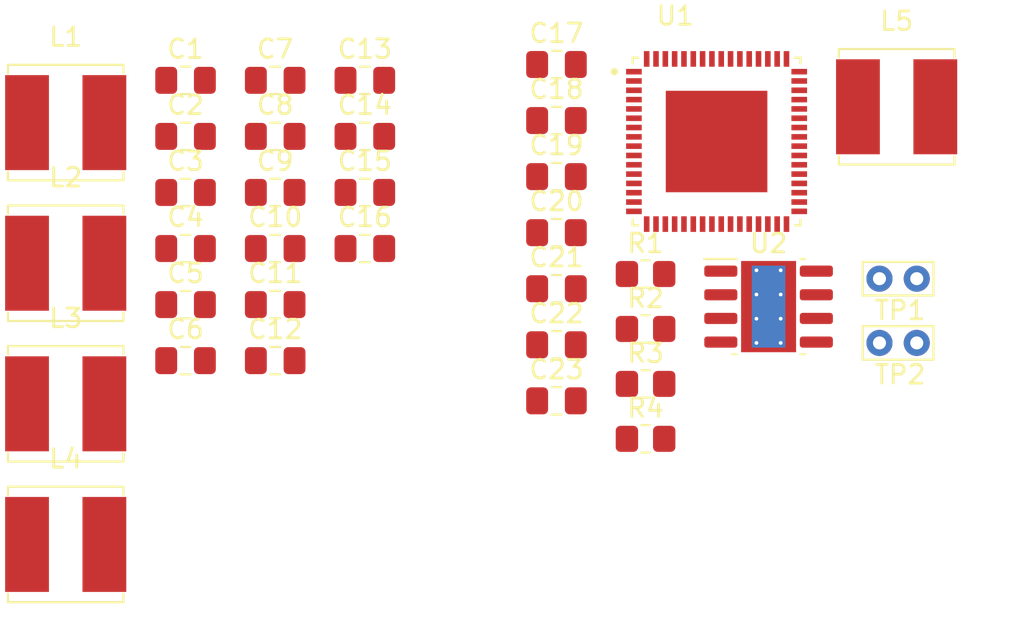
<source format=kicad_pcb>
(kicad_pcb (version 20221018) (generator pcbnew)
  (layers (0 "F.Cu" signal) (31 "B.Cu" signal) (34 "B.Paste" user) (35 "F.Paste" user) (36 "B.SilkS" user "B.Silkscreen") (37 "F.SilkS" user "F.Silkscreen") (38 "B.Mask" user) (39 "F.Mask" user) (44 "Edge.Cuts" user))
  (net 0 "")
  (net 1 "Net-(U1-CGD0P)")
  (net 2 "Net-(U1-CGD0N)")
  (net 3 "Net-(U1-CGD1P)")
  (net 4 "Net-(U1-CGD1N)")
  (net 5 "Net-(U1-CFDCP)")
  (net 6 "Net-(U1-CFDCN)")
  (net 7 "Net-(U1-CFGDP)")
  (net 8 "Net-(U1-CFGDN)")
  (net 9 "Net-(U1-VGDC)")
  (net 10 "/+5v")
  (net 11 "Net-(U1-CREF)")
  (net 12 "GND")
  (net 13 "Net-(U1-CF0AP)")
  (net 14 "Net-(U1-CF0AN)")
  (net 15 "Net-(U1-CF0BP)")
  (net 16 "Net-(U1-CF0BN)")
  (net 17 "Net-(U1-CF1AP)")
  (net 18 "Net-(U1-CF1AN)")
  (net 19 "Net-(U1-CF1BP)")
  (net 20 "Net-(U1-CF1BN)")
  (net 21 "Net-(U1-CMSE)")
  (net 22 "Net-(U1-CDC)")
  (net 23 "Net-(C13-Pad2)")
  (net 24 "Net-(C14-Pad2)")
  (net 25 "Net-(C15-Pad2)")
  (net 26 "Net-(C16-Pad2)")
  (net 27 "Net-(L1-Pad1)")
  (net 28 "Net-(L2-Pad1)")
  (net 29 "Net-(L3-Pad1)")
  (net 30 "Net-(L4-Pad1)")
  (net 31 "Net-(U2-EN)")
  (net 33 "Net-(C18-Pad1)")
  (net 34 "Net-(U2-BST)")
  (net 35 "Net-(U2-SS)")
  (net 36 "Net-(U2-COMP)")
  (net 37 "Net-(C21-Pad1)")
  (net 38 "Net-(C22-Pad1)")
  (net 39 "Net-(U2-FB)")
  (net 40 "Net-(U2-SW)")
  (net 41 "/I2S.BCK")
  (net 42 "/I2S.LRCK")
  (net 43 "/I2S.D")
  (net 46 "/I2S.MCK")
  (net 48 "/+24v")
  (net 49 "/AC.~{CLIP}")
  (net 50 "/AC.~{ERROR}")
  (net 51 "/AC.~{ENABLE}")
  (net 52 "/AC.~{MUTE}")
  (footprint "Capacitor_SMD:C_0805_2012Metric_Pad1.18x1.45mm_HandSolder" (layer "F.Cu") (at 152.2724 88.9616)
    (fp_text reference "C19" (at 0 -1.68) (layer "F.SilkS"))
    (fp_text value "100n")
    (fp_line (start -0.261252 -0.735) (end 0.261252 -0.735) (stroke (width 0.12)) (layer "F.SilkS"))
    (fp_line (start -0.261252 0.735) (end 0.261252 0.735) (stroke (width 0.12)) (layer "F.SilkS"))
    (pad "1" smd roundrect (at -1.0375 0) (size 1.175 1.45) (layers "F.Cu" "F.Paste" "F.Mask") (roundrect_rratio 0.212766) (net 35 "Net-(U2-SS)"))
    (pad "2" smd roundrect (at 1.0375 0) (size 1.175 1.45) (layers "F.Cu" "F.Paste" "F.Mask") (roundrect_rratio 0.212766) (net 12 "GND"))
  )
  (footprint "Resistor_SMD:R_0805_2012Metric_Pad1.20x1.40mm_HandSolder" (layer "F.Cu") (at 157.0524 103.0416)
    (fp_text reference "R4" (at 0 -1.65) (layer "F.SilkS"))
    (fp_text value "2.2K 1%")
    (fp_line (start -0.227064 -0.735) (end 0.227064 -0.735) (stroke (width 0.12)) (layer "F.SilkS"))
    (fp_line (start -0.227064 0.735) (end 0.227064 0.735) (stroke (width 0.12)) (layer "F.SilkS"))
    (pad "1" smd roundrect (at -1 0) (size 1.2 1.4) (layers "F.Cu" "F.Paste" "F.Mask") (roundrect_rratio 0.208333) (net 39 "Net-(U2-FB)"))
    (pad "2" smd roundrect (at 1 0) (size 1.2 1.4) (layers "F.Cu" "F.Paste" "F.Mask") (roundrect_rratio 0.208333) (net 12 "GND"))
  )
  (footprint "Capacitor_SMD:C_0805_2012Metric_Pad1.18x1.45mm_HandSolder" (layer "F.Cu") (at 137.181 89.812)
    (fp_text reference "C9" (at 0 -1.68) (layer "F.SilkS"))
    (fp_text value "10u")
    (fp_line (start -0.261252 -0.735) (end 0.261252 -0.735) (stroke (width 0.12)) (layer "F.SilkS"))
    (fp_line (start -0.261252 0.735) (end 0.261252 0.735) (stroke (width 0.12)) (layer "F.SilkS"))
    (pad "1" smd roundrect (at -1.0375 0) (size 1.175 1.45) (layers "F.Cu" "F.Paste" "F.Mask") (roundrect_rratio 0.212766) (net 17 "Net-(U1-CF1AP)"))
    (pad "2" smd roundrect (at 1.0375 0) (size 1.175 1.45) (layers "F.Cu" "F.Paste" "F.Mask") (roundrect_rratio 0.212766) (net 18 "Net-(U1-CF1AN)"))
  )
  (footprint "Capacitor_SMD:C_0805_2012Metric_Pad1.18x1.45mm_HandSolder" (layer "F.Cu") (at 137.181 86.802)
    (fp_text reference "C8" (at 0 -1.68) (layer "F.SilkS"))
    (fp_text value "10u")
    (fp_line (start -0.261252 -0.735) (end 0.261252 -0.735) (stroke (width 0.12)) (layer "F.SilkS"))
    (fp_line (start -0.261252 0.735) (end 0.261252 0.735) (stroke (width 0.12)) (layer "F.SilkS"))
    (pad "1" smd roundrect (at -1.0375 0) (size 1.175 1.45) (layers "F.Cu" "F.Paste" "F.Mask") (roundrect_rratio 0.212766) (net 15 "Net-(U1-CF0BP)"))
    (pad "2" smd roundrect (at 1.0375 0) (size 1.175 1.45) (layers "F.Cu" "F.Paste" "F.Mask") (roundrect_rratio 0.212766) (net 16 "Net-(U1-CF0BN)"))
  )
  (footprint "TestPoint:TestPoint_Bridge_Pitch2.0mm_Drill0.7mm" (layer "F.Cu") (at 169.6024 97.8916)
    (fp_text reference "TP2" (at 1.1 1.7) (layer "F.SilkS"))
    (fp_text value "TestPoint")
    (fp_line (start -0.9 -0.9) (end -0.9 0.9) (stroke (width 0.12)) (layer "F.SilkS"))
    (fp_line (start -0.9 0.9) (end 2.9 0.9) (stroke (width 0.12)) (layer "F.SilkS"))
    (fp_line (start 2.9 -0.9) (end -0.9 -0.9) (stroke (width 0.12)) (layer "F.SilkS"))
    (fp_line (start 2.9 0.9) (end 2.9 -0.9) (stroke (width 0.12)) (layer "F.SilkS"))
    (pad "1" thru_hole circle (at 0 0) (size 1.4 1.4) (drill 0.7) (layers "*.Cu" "*.Mask") (net 12 "GND"))
    (pad "1" thru_hole circle (at 2 0) (size 1.4 1.4) (drill 0.7) (layers "*.Cu" "*.Mask") (net 12 "GND"))
  )
  (footprint "Package_SO:SOIC-8-1EP_3.9x4.9mm_P1.27mm_EP2.95x4.9mm_Mask2.71x3.4mm_ThermalVias" (layer "F.Cu") (at 163.6524 95.9416)
    (fp_text reference "U2" (at 0 -3.4) (layer "F.SilkS"))
    (fp_text value "AP64501SP-13")
    (fp_line (start -1.710584 -2.56) (end -3.45 -2.56) (stroke (width 0.12)) (layer "F.SilkS"))
    (fp_line (start -1.710584 2.56) (end -1.95 2.56) (stroke (width 0.12)) (layer "F.SilkS"))
    (fp_line (start 1.710584 -2.56) (end 1.95 -2.56) (stroke (width 0.12)) (layer "F.SilkS"))
    (fp_line (start 1.710584 2.56) (end 1.95 2.56) (stroke (width 0.12)) (layer "F.SilkS"))
    (pad "1" smd roundrect (at -2.5625 -1.905) (size 1.775 0.6) (layers "F.Cu" "F.Paste" "F.Mask") (net 34 "Net-(U2-BST)"))
    (pad "2" smd roundrect (at -2.5625 -0.635) (size 1.775 0.6) (layers "F.Cu" "F.Paste" "F.Mask") (net 31 "Net-(U2-EN)"))
    (pad "3" smd roundrect (at -2.5625 0.635) (size 1.775 0.6) (layers "F.Cu" "F.Paste" "F.Mask") (net 31 "Net-(U2-EN)"))
    (pad "4" smd roundrect (at -2.5625 1.905) (size 1.775 0.6) (layers "F.Cu" "F.Paste" "F.Mask") (net 35 "Net-(U2-SS)"))
    (pad "5" smd roundrect (at 2.5625 1.905) (size 1.775 0.6) (layers "F.Cu" "F.Paste" "F.Mask") (net 39 "Net-(U2-FB)"))
    (pad "6" smd roundrect (at 2.5625 0.635) (size 1.775 0.6) (layers "F.Cu" "F.Paste" "F.Mask") (net 36 "Net-(U2-COMP)"))
    (pad "7" smd roundrect (at 2.5625 -0.635) (size 1.775 0.6) (layers "F.Cu" "F.Paste" "F.Mask") (net 12 "GND"))
    (pad "8" smd roundrect (at 2.5625 -1.905) (size 1.775 0.6) (layers "F.Cu" "F.Paste" "F.Mask") (net 40 "Net-(U2-SW)"))
    (pad "9" thru_hole circle (at -0.65 -1.95) (size 0.5 0.5) (drill 0.2) (layers "*.Cu") (net 12 "GND"))
    (pad "9" thru_hole circle (at -0.65 -0.65) (size 0.5 0.5) (drill 0.2) (layers "*.Cu") (net 12 "GND"))
    (pad "9" thru_hole circle (at -0.65 0.65) (size 0.5 0.5) (drill 0.2) (layers "*.Cu") (net 12 "GND"))
    (pad "9" thru_hole circle (at -0.65 1.95) (size 0.5 0.5) (drill 0.2) (layers "*.Cu") (net 12 "GND"))
    (pad "9" smd rect (at 0 0) (size 1.8 4.4) (layers "B.Cu") (net 12 "GND"))
    (pad "9" smd rect (at 0 0) (size 2.95 4.9) (layers "F.Cu") (net 12 "GND"))
    (pad "9" thru_hole circle (at 0.65 -1.95) (size 0.5 0.5) (drill 0.2) (layers "*.Cu") (net 12 "GND"))
    (pad "9" thru_hole circle (at 0.65 -0.65) (size 0.5 0.5) (drill 0.2) (layers "*.Cu") (net 12 "GND"))
    (pad "9" thru_hole circle (at 0.65 0.65) (size 0.5 0.5) (drill 0.2) (layers "*.Cu") (net 12 "GND"))
    (pad "9" thru_hole circle (at 0.65 1.95) (size 0.5 0.5) (drill 0.2) (layers "*.Cu") (net 12 "GND"))
  )
  (footprint "Capacitor_SMD:C_0805_2012Metric_Pad1.18x1.45mm_HandSolder" (layer "F.Cu") (at 152.2724 85.9516)
    (fp_text reference "C18" (at 0 -1.68) (layer "F.SilkS"))
    (fp_text value "100n")
    (fp_line (start -0.261252 -0.735) (end 0.261252 -0.735) (stroke (width 0.12)) (layer "F.SilkS"))
    (fp_line (start -0.261252 0.735) (end 0.261252 0.735) (stroke (width 0.12)) (layer "F.SilkS"))
    (pad "1" smd roundrect (at -1.0375 0) (size 1.175 1.45) (layers "F.Cu" "F.Paste" "F.Mask") (roundrect_rratio 0.212766) (net 33 "Net-(C18-Pad1)"))
    (pad "2" smd roundrect (at 1.0375 0) (size 1.175 1.45) (layers "F.Cu" "F.Paste" "F.Mask") (roundrect_rratio 0.212766) (net 34 "Net-(U2-BST)"))
  )
  (footprint "Inductor_SMD:L_Bourns_SRN6045TA" (layer "F.Cu") (at 125.941 101.162)
    (fp_text reference "L3" (at 0 -4.6) (layer "F.SilkS"))
    (fp_text value "0.5u")
    (fp_line (start -3.1 -3.1) (end -3.1 -2.65) (stroke (width 0.12)) (layer "F.SilkS"))
    (fp_line (start -3.1 -3.1) (end 3.1 -3.1) (stroke (width 0.12)) (layer "F.SilkS"))
    (fp_line (start -3.1 3.1) (end -3.1 2.65) (stroke (width 0.12)) (layer "F.SilkS"))
    (fp_line (start 3.1 -3.1) (end 3.1 -2.65) (stroke (width 0.12)) (layer "F.SilkS"))
    (fp_line (start 3.1 3.1) (end -3.1 3.1) (stroke (width 0.12)) (layer "F.SilkS"))
    (fp_line (start 3.1 3.1) (end 3.1 2.65) (stroke (width 0.12)) (layer "F.SilkS"))
    (pad "1" smd rect (at -2.075 0) (size 2.35 5.1) (layers "F.Cu" "F.Paste" "F.Mask") (net 29 "Net-(L3-Pad1)"))
    (pad "2" smd rect (at 2.075 0) (size 2.35 5.1) (layers "F.Cu" "F.Paste" "F.Mask") (net 25 "Net-(C15-Pad2)"))
  )
  (footprint "Inductor_SMD:L_Bourns_SRN6045TA" (layer "F.Cu") (at 125.941 93.612)
    (fp_text reference "L2" (at 0 -4.6) (layer "F.SilkS"))
    (fp_text value "0.5u")
    (fp_line (start -3.1 -3.1) (end -3.1 -2.65) (stroke (width 0.12)) (layer "F.SilkS"))
    (fp_line (start -3.1 -3.1) (end 3.1 -3.1) (stroke (width 0.12)) (layer "F.SilkS"))
    (fp_line (start -3.1 3.1) (end -3.1 2.65) (stroke (width 0.12)) (layer "F.SilkS"))
    (fp_line (start 3.1 -3.1) (end 3.1 -2.65) (stroke (width 0.12)) (layer "F.SilkS"))
    (fp_line (start 3.1 3.1) (end -3.1 3.1) (stroke (width 0.12)) (layer "F.SilkS"))
    (fp_line (start 3.1 3.1) (end 3.1 2.65) (stroke (width 0.12)) (layer "F.SilkS"))
    (pad "1" smd rect (at -2.075 0) (size 2.35 5.1) (layers "F.Cu" "F.Paste" "F.Mask") (net 28 "Net-(L2-Pad1)"))
    (pad "2" smd rect (at 2.075 0) (size 2.35 5.1) (layers "F.Cu" "F.Paste" "F.Mask") (net 24 "Net-(C14-Pad2)"))
  )
  (footprint "Inductor_SMD:L_Bourns_SRN6045TA" (layer "F.Cu") (at 125.941 108.712)
    (fp_text reference "L4" (at 0 -4.6) (layer "F.SilkS"))
    (fp_text value "0.5u")
    (fp_line (start -3.1 -3.1) (end -3.1 -2.65) (stroke (width 0.12)) (layer "F.SilkS"))
    (fp_line (start -3.1 -3.1) (end 3.1 -3.1) (stroke (width 0.12)) (layer "F.SilkS"))
    (fp_line (start -3.1 3.1) (end -3.1 2.65) (stroke (width 0.12)) (layer "F.SilkS"))
    (fp_line (start 3.1 -3.1) (end 3.1 -2.65) (stroke (width 0.12)) (layer "F.SilkS"))
    (fp_line (start 3.1 3.1) (end -3.1 3.1) (stroke (width 0.12)) (layer "F.SilkS"))
    (fp_line (start 3.1 3.1) (end 3.1 2.65) (stroke (width 0.12)) (layer "F.SilkS"))
    (pad "1" smd rect (at -2.075 0) (size 2.35 5.1) (layers "F.Cu" "F.Paste" "F.Mask") (net 30 "Net-(L4-Pad1)"))
    (pad "2" smd rect (at 2.075 0) (size 2.35 5.1) (layers "F.Cu" "F.Paste" "F.Mask") (net 26 "Net-(C16-Pad2)"))
  )
  (footprint "Capacitor_SMD:C_0805_2012Metric_Pad1.18x1.45mm_HandSolder" (layer "F.Cu") (at 132.371 92.822)
    (fp_text reference "C4" (at 0 -1.68) (layer "F.SilkS"))
    (fp_text value "100n")
    (fp_line (start -0.261252 -0.735) (end 0.261252 -0.735) (stroke (width 0.12)) (layer "F.SilkS"))
    (fp_line (start -0.261252 0.735) (end 0.261252 0.735) (stroke (width 0.12)) (layer "F.SilkS"))
    (pad "1" smd roundrect (at -1.0375 0) (size 1.175 1.45) (layers "F.Cu" "F.Paste" "F.Mask") (roundrect_rratio 0.212766) (net 7 "Net-(U1-CFGDP)"))
    (pad "2" smd roundrect (at 1.0375 0) (size 1.175 1.45) (layers "F.Cu" "F.Paste" "F.Mask") (roundrect_rratio 0.212766) (net 8 "Net-(U1-CFGDN)"))
  )
  (footprint "Capacitor_SMD:C_0805_2012Metric_Pad1.18x1.45mm_HandSolder" (layer "F.Cu") (at 132.371 89.812)
    (fp_text reference "C3" (at 0 -1.68) (layer "F.SilkS"))
    (fp_text value "1u")
    (fp_line (start -0.261252 -0.735) (end 0.261252 -0.735) (stroke (width 0.12)) (layer "F.SilkS"))
    (fp_line (start -0.261252 0.735) (end 0.261252 0.735) (stroke (width 0.12)) (layer "F.SilkS"))
    (pad "1" smd roundrect (at -1.0375 0) (size 1.175 1.45) (layers "F.Cu" "F.Paste" "F.Mask") (roundrect_rratio 0.212766) (net 5 "Net-(U1-CFDCP)"))
    (pad "2" smd roundrect (at 1.0375 0) (size 1.175 1.45) (layers "F.Cu" "F.Paste" "F.Mask") (roundrect_rratio 0.212766) (net 6 "Net-(U1-CFDCN)"))
  )
  (footprint "Capacitor_SMD:C_0805_2012Metric_Pad1.18x1.45mm_HandSolder" (layer "F.Cu") (at 137.181 92.822)
    (fp_text reference "C10" (at 0 -1.68) (layer "F.SilkS"))
    (fp_text value "10u")
    (fp_line (start -0.261252 -0.735) (end 0.261252 -0.735) (stroke (width 0.12)) (layer "F.SilkS"))
    (fp_line (start -0.261252 0.735) (end 0.261252 0.735) (stroke (width 0.12)) (layer "F.SilkS"))
    (pad "1" smd roundrect (at -1.0375 0) (size 1.175 1.45) (layers "F.Cu" "F.Paste" "F.Mask") (roundrect_rratio 0.212766) (net 19 "Net-(U1-CF1BP)"))
    (pad "2" smd roundrect (at 1.0375 0) (size 1.175 1.45) (layers "F.Cu" "F.Paste" "F.Mask") (roundrect_rratio 0.212766) (net 20 "Net-(U1-CF1BN)"))
  )
  (footprint "Capacitor_SMD:C_0805_2012Metric_Pad1.18x1.45mm_HandSolder" (layer "F.Cu") (at 141.991 86.802)
    (fp_text reference "C14" (at 0 -1.68) (layer "F.SilkS"))
    (fp_text value "1u")
    (fp_line (start -0.261252 -0.735) (end 0.261252 -0.735) (stroke (width 0.12)) (layer "F.SilkS"))
    (fp_line (start -0.261252 0.735) (end 0.261252 0.735) (stroke (width 0.12)) (layer "F.SilkS"))
    (pad "1" smd roundrect (at -1.0375 0) (size 1.175 1.45) (layers "F.Cu" "F.Paste" "F.Mask") (roundrect_rratio 0.212766) (net 12 "GND"))
    (pad "2" smd roundrect (at 1.0375 0) (size 1.175 1.45) (layers "F.Cu" "F.Paste" "F.Mask") (roundrect_rratio 0.212766) (net 24 "Net-(C14-Pad2)"))
  )
  (footprint "Footprints:QFN50P900X900X90-65N" (layer "F.Cu") (at 160.8624 87.0766)
    (fp_text reference "U1" (at -2.215 -6.75) (layer "F.SilkS"))
    (fp_text value "MA12040PXUMA1")
    (fp_line (start -4.5 -4.5) (end -4.5 -4.205) (stroke (width 0.127)) (layer "F.SilkS"))
    (fp_line (start -4.5 -4.5) (end -4.205 -4.5) (stroke (width 0.127)) (layer "F.SilkS"))
    (fp_line (start -4.5 4.5) (end -4.5 4.205) (stroke (width 0.127)) (layer "F.SilkS"))
    (fp_line (start -4.5 4.5) (end -4.205 4.5) (stroke (width 0.127)) (layer "F.SilkS"))
    (fp_line (start 4.5 -4.5) (end 4.205 -4.5) (stroke (width 0.127)) (layer "F.SilkS"))
    (fp_line (start 4.5 -4.5) (end 4.5 -4.205) (stroke (width 0.127)) (layer "F.SilkS"))
    (fp_line (start 4.5 4.5) (end 4.205 4.5) (stroke (width 0.127)) (layer "F.SilkS"))
    (fp_line (start 4.5 4.5) (end 4.5 4.205) (stroke (width 0.127)) (layer "F.SilkS"))
    (fp_circle (center -5.485 -3.75) (end -5.385 -3.75) (stroke (width 0.2)) (fill none) (layer "F.SilkS"))
    (pad "1" smd roundrect (at -4.435 -3.75) (size 0.84 0.3) (layers "F.Cu" "F.Paste" "F.Mask") (roundrect_rratio 0.04) (net 12 "GND"))
    (pad "2" smd roundrect (at -4.435 -3.25) (size 0.84 0.3) (layers "F.Cu" "F.Paste" "F.Mask") (roundrect_rratio 0.04) (net 12 "GND"))
    (pad "3" smd roundrect (at -4.435 -2.75) (size 0.84 0.3) (layers "F.Cu" "F.Paste" "F.Mask") (roundrect_rratio 0.04) (net 14 "Net-(U1-CF0AN)"))
    (pad "4" smd roundrect (at -4.435 -2.25) (size 0.84 0.3) (layers "F.Cu" "F.Paste" "F.Mask") (roundrect_rratio 0.04) (net 27 "Net-(L1-Pad1)"))
    (pad "5" smd roundrect (at -4.435 -1.75) (size 0.84 0.3) (layers "F.Cu" "F.Paste" "F.Mask") (roundrect_rratio 0.04) (net 27 "Net-(L1-Pad1)"))
    (pad "6" smd roundrect (at -4.435 -1.25) (size 0.84 0.3) (layers "F.Cu" "F.Paste" "F.Mask") (roundrect_rratio 0.04) (net 13 "Net-(U1-CF0AP)"))
    (pad "7" smd roundrect (at -4.435 -0.75) (size 0.84 0.3) (layers "F.Cu" "F.Paste" "F.Mask") (roundrect_rratio 0.04) (net 48 "/+24v"))
    (pad "8" smd roundrect (at -4.435 -0.25) (size 0.84 0.3) (layers "F.Cu" "F.Paste" "F.Mask") (roundrect_rratio 0.04) (net 48 "/+24v"))
    (pad "9" smd roundrect (at -4.435 0.25) (size 0.84 0.3) (layers "F.Cu" "F.Paste" "F.Mask") (roundrect_rratio 0.04) (net 15 "Net-(U1-CF0BP)"))
    (pad "10" smd roundrect (at -4.435 0.75) (size 0.84 0.3) (layers "F.Cu" "F.Paste" "F.Mask") (roundrect_rratio 0.04) (net 28 "Net-(L2-Pad1)"))
    (pad "11" smd roundrect (at -4.435 1.25) (size 0.84 0.3) (layers "F.Cu" "F.Paste" "F.Mask") (roundrect_rratio 0.04) (net 28 "Net-(L2-Pad1)"))
    (pad "12" smd roundrect (at -4.435 1.75) (size 0.84 0.3) (layers "F.Cu" "F.Paste" "F.Mask") (roundrect_rratio 0.04) (net 16 "Net-(U1-CF0BN)"))
    (pad "13" smd roundrect (at -4.435 2.25) (size 0.84 0.3) (layers "F.Cu" "F.Paste" "F.Mask") (roundrect_rratio 0.04) (net 12 "GND"))
    (pad "14" smd roundrect (at -4.435 2.75) (size 0.84 0.3) (layers "F.Cu" "F.Paste" "F.Mask") (roundrect_rratio 0.04) (net 12 "GND"))
    (pad "15" smd roundrect (at -4.435 3.25) (size 0.84 0.3) (layers "F.Cu" "F.Paste" "F.Mask") (roundrect_rratio 0.04) (net 49 "/AC.~{CLIP}"))
    (pad "16" smd roundrect (at -4.435 3.75) (size 0.84 0.3) (layers "F.Cu" "F.Paste" "F.Mask") (roundrect_rratio 0.04) (net 50 "/AC.~{ERROR}"))
    (pad "17" smd roundrect (at -3.75 4.435 90) (size 0.84 0.3) (layers "F.Cu" "F.Paste" "F.Mask") (roundrect_rratio 0.04) (net 10 "/+5v"))
    (pad "18" smd roundrect (at -3.25 4.435 90) (size 0.84 0.3) (layers "F.Cu" "F.Paste" "F.Mask") (roundrect_rratio 0.04) (net 21 "Net-(U1-CMSE)"))
    (pad "19" smd roundrect (at -2.75 4.435 90) (size 0.84 0.3) (layers "F.Cu" "F.Paste" "F.Mask") (roundrect_rratio 0.04) (net 12 "GND"))
    (pad "20" smd roundrect (at -2.25 4.435 90) (size 0.84 0.3) (layers "F.Cu" "F.Paste" "F.Mask") (roundrect_rratio 0.04) (net 11 "Net-(U1-CREF)"))
    (pad "21" smd roundrect (at -1.75 4.435 90) (size 0.84 0.3) (layers "F.Cu" "F.Paste" "F.Mask") (roundrect_rratio 0.04) (net 41 "/I2S.BCK"))
    (pad "22" smd roundrect (at -1.25 4.435 90) (size 0.84 0.3) (layers "F.Cu" "F.Paste" "F.Mask") (roundrect_rratio 0.04) (net 42 "/I2S.LRCK"))
    (pad "23" smd roundrect (at -0.75 4.435 90) (size 0.84 0.3) (layers "F.Cu" "F.Paste" "F.Mask") (roundrect_rratio 0.04) (net 43 "/I2S.D"))
    (pad "24" smd roundrect (at -0.25 4.435 90) (size 0.84 0.3) (layers "F.Cu" "F.Paste" "F.Mask") (roundrect_rratio 0.04) (net 12 "GND"))
    (pad "25" smd roundrect (at 0.25 4.435 90) (size 0.84 0.3) (layers "F.Cu" "F.Paste" "F.Mask") (roundrect_rratio 0.04) (net 12 "GND"))
    (pad "26" smd roundrect (at 0.75 4.435 90) (size 0.84 0.3) (layers "F.Cu" "F.Paste" "F.Mask") (roundrect_rratio 0.04) (net 12 "GND"))
    (pad "27" smd roundrect (at 1.25 4.435 90) (size 0.84 0.3) (layers "F.Cu" "F.Paste" "F.Mask") (roundrect_rratio 0.04))
    (pad "28" smd roundrect (at 1.75 4.435 90) (size 0.84 0.3) (layers "F.Cu" "F.Paste" "F.Mask") (roundrect_rratio 0.04) (net 12 "GND"))
    (pad "29" smd roundrect (at 2.25 4.435 90) (size 0.84 0.3) (layers "F.Cu" "F.Paste" "F.Mask") (roundrect_rratio 0.04) (net 12 "GND"))
    (pad "30" smd roundrect (at 2.75 4.435 90) (size 0.84 0.3) (layers "F.Cu" "F.Paste" "F.Mask") (roundrect_rratio 0.04))
    (pad "31" smd roundrect (at 3.25 4.435 90) (size 0.84 0.3) (layers "F.Cu" "F.Paste" "F.Mask") (roundrect_rratio 0.04) (net 12 "GND"))
    (pad "32" smd roundrect (at 3.75 4.435 90) (size 0.84 0.3) (layers "F.Cu" "F.Paste" "F.Mask") (roundrect_rratio 0.04) (net 46 "/I2S.MCK"))
    (pad "33" smd roundrect (at 4.435 3.75) (size 0.84 0.3) (layers "F.Cu" "F.Paste" "F.Mask") (roundrect_rratio 0.04) (net 51 "/AC.~{ENABLE}"))
    (pad "34" smd roundrect (at 4.435 3.25) (size 0.84 0.3) (layers "F.Cu" "F.Paste" "F.Mask") (roundrect_rratio 0.04) (net 52 "/AC.~{MUTE}"))
    (pad "35" smd roundrect (at 4.435 2.75) (size 0.84 0.3) (layers "F.Cu" "F.Paste" "F.Mask") (roundrect_rratio 0.04) (net 12 "GND"))
    (pad "36" smd roundrect (at 4.435 2.25) (size 0.84 0.3) (layers "F.Cu" "F.Paste" "F.Mask") (roundrect_rratio 0.04) (net 12 "GND"))
    (pad "37" smd roundrect (at 4.435 1.75) (size 0.84 0.3) (layers "F.Cu" "F.Paste" "F.Mask") (roundrect_rratio 0.04) (net 20 "Net-(U1-CF1BN)"))
    (pad "38" smd roundrect (at 4.435 1.25) (size 0.84 0.3) (layers "F.Cu" "F.Paste" "F.Mask") (roundrect_rratio 0.04) (net 30 "Net-(L4-Pad1)"))
    (pad "39" smd roundrect (at 4.435 0.75) (size 0.84 0.3) (layers "F.Cu" "F.Paste" "F.Mask") (roundrect_rratio 0.04) (net 30 "Net-(L4-Pad1)"))
    (pad "40" smd roundrect (at 4.435 0.25) (size 0.84 0.3) (layers "F.Cu" "F.Paste" "F.Mask") (roundrect_rratio 0.04) (net 19 "Net-(U1-CF1BP)"))
    (pad "41" smd roundrect (at 4.435 -0.25) (size 0.84 0.3) (layers "F.Cu" "F.Paste" "F.Mask") (roundrect_rratio 0.04) (net 48 "/+24v"))
    (pad "42" smd roundrect (at 4.435 -0.75) (size 0.84 0.3) (layers "F.Cu" "F.Paste" "F.Mask") (roundrect_rratio 0.04) (net 48 "/+24v"))
    (pad "43" smd roundrect (at 4.435 -1.25) (size 0.84 0.3) (layers "F.Cu" "F.Paste" "F.Mask") (roundrect_rratio 0.04) (net 17 "Net-(U1-CF1AP)"))
    (pad "44" smd roundrect (at 4.435 -1.75) (size 0.84 0.3) (layers "F.Cu" "F.Paste" "F.Mask") (roundrect_rratio 0.04) (net 29 "Net-(L3-Pad1)"))
    (pad "45" smd roundrect (at 4.435 -2.25) (size 0.84 0.3) (layers "F.Cu" "F.Paste" "F.Mask") (roundrect_rratio 0.04) (net 29 "Net-(L3-Pad1)"))
    (pad "46" smd roundrect (at 4.435 -2.75) (size 0.84 0.3) (layers "F.Cu" "F.Paste" "F.Mask") (roundrect_rratio 0.04) (net 18 "Net-(U1-CF1AN)"))
    (pad "47" smd roundrect (at 4.435 -3.25) (size 0.84 0.3) (layers "F.Cu" "F.Paste" "F.Mask") (roundrect_rratio 0.04) (net 12 "GND"))
    (pad "48" smd roundrect (at 4.435 -3.75) (size 0.84 0.3) (layers "F.Cu" "F.Paste" "F.Mask") (roundrect_rratio 0.04) (net 12 "GND"))
    (pad "49" smd roundrect (at 3.75 -4.435 90) (size 0.84 0.3) (layers "F.Cu" "F.Paste" "F.Mask") (roundrect_rratio 0.04))
    (pad "50" smd roundrect (at 3.25 -4.435 90) (size 0.84 0.3) (layers "F.Cu" "F.Paste" "F.Mask") (roundrect_rratio 0.04) (net 12 "GND"))
    (pad "51" smd roundrect (at 2.75 -4.435 90) (size 0.84 0.3) (layers "F.Cu" "F.Paste" "F.Mask") (roundrect_rratio 0.04))
    (pad "52" smd roundrect (at 2.25 -4.435 90) (size 0.84 0.3) (layers "F.Cu" "F.Paste" "F.Mask") (roundrect_rratio 0.04) (net 4 "Net-(U1-CGD1N)"))
    (pad "53" smd roundrect (at 1.75 -4.435 90) (size 0.84 0.3) (layers "F.Cu" "F.Paste" "F.Mask") (roundrect_rratio 0.04) (net 3 "Net-(U1-CGD1P)"))
    (pad "54" smd roundrect (at 1.25 -4.435 90) (size 0.84 0.3) (layers "F.Cu" "F.Paste" "F.Mask") (roundrect_rratio 0.04) (net 9 "Net-(U1-VGDC)"))
    (pad "55" smd roundrect (at 0.75 -4.435 90) (size 0.84 0.3) (layers "F.Cu" "F.Paste" "F.Mask") (roundrect_rratio 0.04) (net 10 "/+5v"))
    (pad "56" smd roundrect (at 0.25 -4.435 90) (size 0.84 0.3) (layers "F.Cu" "F.Paste" "F.Mask") (roundrect_rratio 0.04) (net 22 "Net-(U1-CDC)"))
    (pad "57" smd roundrect (at -0.25 -4.435 90) (size 0.84 0.3) (layers "F.Cu" "F.Paste" "F.Mask") (roundrect_rratio 0.04) (net 5 "Net-(U1-CFDCP)"))
    (pad "58" smd roundrect (at -0.75 -4.435 90) (size 0.84 0.3) (layers "F.Cu" "F.Paste" "F.Mask") (roundrect_rratio 0.04) (net 6 "Net-(U1-CFDCN)"))
    (pad "59" smd roundrect (at -1.25 -4.435 90) (size 0.84 0.3) (layers "F.Cu" "F.Paste" "F.Mask") (roundrect_rratio 0.04) (net 12 "GND"))
    (pad "60" smd roundrect (at -1.75 -4.435 90) (size 0.84 0.3) (layers "F.Cu" "F.Paste" "F.Mask") (roundrect_rratio 0.04) (net 1 "Net-(U1-CGD0P)"))
    (pad "61" smd roundrect (at -2.25 -4.435 90) (size 0.84 0.3) (layers "F.Cu" "F.Paste" "F.Mask") (roundrect_rratio 0.04) (net 2 "Net-(U1-CGD0N)"))
    (pad "62" smd roundrect (at -2.75 -4.435 90) (size 0.84 0.3) (layers "F.Cu" "F.Paste" "F.Mask") (roundrect_rratio 0.04) (net 7 "Net-(U1-CFGDP)"))
    (pad "63" smd roundrect (at -3.25 -4.435 90) (size 0.84 0.3) (layers "F.Cu" "F.Paste" "F.Mask") (roundrect_rratio 0.04) (net 8 "Net-(U1-CFGDN)"))
    (pad "64" smd roundrect (at -3.75 -4.435 90) (size 0.84 0.3) (layers "F.Cu" "F.Paste" "F.Mask") (roundrect_rratio 0.04))
    (pad "65" smd rect (at 0 0) (size 5.45 5.45) (layers "F.Cu" "F.Mask") (net 12 "GND"))
  )
  (footprint "Capacitor_SMD:C_0805_2012Metric_Pad1.18x1.45mm_HandSolder" (layer "F.Cu") (at 132.371 98.842)
    (fp_text reference "C6" (at 0 -1.68) (layer "F.SilkS"))
    (fp_text value "1u")
    (fp_line (start -0.261252 -0.735) (end 0.261252 -0.735) (stroke (width 0.12)) (layer "F.SilkS"))
    (fp_line (start -0.261252 0.735) (end 0.261252 0.735) (stroke (width 0.12)) (layer "F.SilkS"))
    (pad "1" smd roundrect (at -1.0375 0) (size 1.175 1.45) (layers "F.Cu" "F.Paste" "F.Mask") (roundrect_rratio 0.212766) (net 11 "Net-(U1-CREF)"))
    (pad "2" smd roundrect (at 1.0375 0) (size 1.175 1.45) (layers "F.Cu" "F.Paste" "F.Mask") (roundrect_rratio 0.212766) (net 12 "GND"))
  )
  (footprint "Resistor_SMD:R_0805_2012Metric_Pad1.20x1.40mm_HandSolder" (layer "F.Cu") (at 157.0524 100.0916)
    (fp_text reference "R3" (at 0 -1.65) (layer "F.SilkS"))
    (fp_text value "12K 1%")
    (fp_line (start -0.227064 -0.735) (end 0.227064 -0.735) (stroke (width 0.12)) (layer "F.SilkS"))
    (fp_line (start -0.227064 0.735) (end 0.227064 0.735) (stroke (width 0.12)) (layer "F.SilkS"))
    (pad "1" smd roundrect (at -1 0) (size 1.2 1.4) (layers "F.Cu" "F.Paste" "F.Mask") (roundrect_rratio 0.208333) (net 38 "Net-(C22-Pad1)"))
    (pad "2" smd roundrect (at 1 0) (size 1.2 1.4) (layers "F.Cu" "F.Paste" "F.Mask") (roundrect_rratio 0.208333) (net 39 "Net-(U2-FB)"))
  )
  (footprint "Capacitor_SMD:C_0805_2012Metric_Pad1.18x1.45mm_HandSolder" (layer "F.Cu") (at 152.2724 101.0016)
    (fp_text reference "C23" (at 0 -1.68) (layer "F.SilkS"))
    (fp_text value "10u")
    (fp_line (start -0.261252 -0.735) (end 0.261252 -0.735) (stroke (width 0.12)) (layer "F.SilkS"))
    (fp_line (start -0.261252 0.735) (end 0.261252 0.735) (stroke (width 0.12)) (layer "F.SilkS"))
    (pad "1" smd roundrect (at -1.0375 0) (size 1.175 1.45) (layers "F.Cu" "F.Paste" "F.Mask") (roundrect_rratio 0.212766) (net 38 "Net-(C22-Pad1)"))
    (pad "2" smd roundrect (at 1.0375 0) (size 1.175 1.45) (layers "F.Cu" "F.Paste" "F.Mask") (roundrect_rratio 0.212766) (net 12 "GND"))
  )
  (footprint "Capacitor_SMD:C_0805_2012Metric_Pad1.18x1.45mm_HandSolder" (layer "F.Cu") (at 132.371 86.802)
    (fp_text reference "C2" (at 0 -1.68) (layer "F.SilkS"))
    (fp_text value "1u")
    (fp_line (start -0.261252 -0.735) (end 0.261252 -0.735) (stroke (width 0.12)) (layer "F.SilkS"))
    (fp_line (start -0.261252 0.735) (end 0.261252 0.735) (stroke (width 0.12)) (layer "F.SilkS"))
    (pad "1" smd roundrect (at -1.0375 0) (size 1.175 1.45) (layers "F.Cu" "F.Paste" "F.Mask") (roundrect_rratio 0.212766) (net 3 "Net-(U1-CGD1P)"))
    (pad "2" smd roundrect (at 1.0375 0) (size 1.175 1.45) (layers "F.Cu" "F.Paste" "F.Mask") (roundrect_rratio 0.212766) (net 4 "Net-(U1-CGD1N)"))
  )
  (footprint "Capacitor_SMD:C_0805_2012Metric_Pad1.18x1.45mm_HandSolder" (layer "F.Cu") (at 137.181 98.842)
    (fp_text reference "C12" (at 0 -1.68) (layer "F.SilkS"))
    (fp_text value "1u")
    (fp_line (start -0.261252 -0.735) (end 0.261252 -0.735) (stroke (width 0.12)) (layer "F.SilkS"))
    (fp_line (start -0.261252 0.735) (end 0.261252 0.735) (stroke (width 0.12)) (layer "F.SilkS"))
    (pad "1" smd roundrect (at -1.0375 0) (size 1.175 1.45) (layers "F.Cu" "F.Paste" "F.Mask") (roundrect_rratio 0.212766) (net 22 "Net-(U1-CDC)"))
    (pad "2" smd roundrect (at 1.0375 0) (size 1.175 1.45) (layers "F.Cu" "F.Paste" "F.Mask") (roundrect_rratio 0.212766) (net 12 "GND"))
  )
  (footprint "Capacitor_SMD:C_0805_2012Metric_Pad1.18x1.45mm_HandSolder" (layer "F.Cu") (at 141.991 83.792)
    (fp_text reference "C13" (at 0 -1.68) (layer "F.SilkS"))
    (fp_text value "1u")
    (fp_line (start -0.261252 -0.735) (end 0.261252 -0.735) (stroke (width 0.12)) (layer "F.SilkS"))
    (fp_line (start -0.261252 0.735) (end 0.261252 0.735) (stroke (width 0.12)) (layer "F.SilkS"))
    (pad "1" smd roundrect (at -1.0375 0) (size 1.175 1.45) (layers "F.Cu" "F.Paste" "F.Mask") (roundrect_rratio 0.212766) (net 12 "GND"))
    (pad "2" smd roundrect (at 1.0375 0) (size 1.175 1.45) (layers "F.Cu" "F.Paste" "F.Mask") (roundrect_rratio 0.212766) (net 23 "Net-(C13-Pad2)"))
  )
  (footprint "Capacitor_SMD:C_0805_2012Metric_Pad1.18x1.45mm_HandSolder" (layer "F.Cu") (at 132.371 95.832)
    (fp_text reference "C5" (at 0 -1.68) (layer "F.SilkS"))
    (fp_text value "1u")
    (fp_line (start -0.261252 -0.735) (end 0.261252 -0.735) (stroke (width 0.12)) (layer "F.SilkS"))
    (fp_line (start -0.261252 0.735) (end 0.261252 0.735) (stroke (width 0.12)) (layer "F.SilkS"))
    (pad "1" smd roundrect (at -1.0375 0) (size 1.175 1.45) (layers "F.Cu" "F.Paste" "F.Mask") (roundrect_rratio 0.212766) (net 9 "Net-(U1-VGDC)"))
    (pad "2" smd roundrect (at 1.0375 0) (size 1.175 1.45) (layers "F.Cu" "F.Paste" "F.Mask") (roundrect_rratio 0.212766) (net 10 "/+5v"))
  )
  (footprint "Capacitor_SMD:C_0805_2012Metric_Pad1.18x1.45mm_HandSolder" (layer "F.Cu") (at 152.2724 82.9416)
    (fp_text reference "C17" (at 0 -1.68) (layer "F.SilkS"))
    (fp_text value "10u 35v")
    (fp_line (start -0.261252 -0.735) (end 0.261252 -0.735) (stroke (width 0.12)) (layer "F.SilkS"))
    (fp_line (start -0.261252 0.735) (end 0.261252 0.735) (stroke (width 0.12)) (layer "F.SilkS"))
    (pad "1" smd roundrect (at -1.0375 0) (size 1.175 1.45) (layers "F.Cu" "F.Paste" "F.Mask") (roundrect_rratio 0.212766) (net 31 "Net-(U2-EN)"))
    (pad "2" smd roundrect (at 1.0375 0) (size 1.175 1.45) (layers "F.Cu" "F.Paste" "F.Mask") (roundrect_rratio 0.212766))
  )
  (footprint "TestPoint:TestPoint_Bridge_Pitch2.0mm_Drill0.7mm" (layer "F.Cu") (at 169.6024 94.4416)
    (fp_text reference "TP1" (at 1.1 1.7) (layer "F.SilkS"))
    (fp_text value "TestPoint")
    (fp_line (start -0.9 -0.9) (end -0.9 0.9) (stroke (width 0.12)) (layer "F.SilkS"))
    (fp_line (start -0.9 0.9) (end 2.9 0.9) (stroke (width 0.12)) (layer "F.SilkS"))
    (fp_line (start 2.9 -0.9) (end -0.9 -0.9) (stroke (width 0.12)) (layer "F.SilkS"))
    (fp_line (start 2.9 0.9) (end 2.9 -0.9) (stroke (width 0.12)) (layer "F.SilkS"))
    (pad "1" thru_hole circle (at 0 0) (size 1.4 1.4) (drill 0.7) (layers "*.Cu" "*.Mask") (net 38 "Net-(C22-Pad1)"))
    (pad "1" thru_hole circle (at 2 0) (size 1.4 1.4) (drill 0.7) (layers "*.Cu" "*.Mask") (net 38 "Net-(C22-Pad1)"))
  )
  (footprint "Inductor_SMD:L_Bourns_SRN6045TA" (layer "F.Cu") (at 125.941 86.062)
    (fp_text reference "L1" (at 0 -4.6) (layer "F.SilkS"))
    (fp_text value "0.5u")
    (fp_line (start -3.1 -3.1) (end -3.1 -2.65) (stroke (width 0.12)) (layer "F.SilkS"))
    (fp_line (start -3.1 -3.1) (end 3.1 -3.1) (stroke (width 0.12)) (layer "F.SilkS"))
    (fp_line (start -3.1 3.1) (end -3.1 2.65) (stroke (width 0.12)) (layer "F.SilkS"))
    (fp_line (start 3.1 -3.1) (end 3.1 -2.65) (stroke (width 0.12)) (layer "F.SilkS"))
    (fp_line (start 3.1 3.1) (end -3.1 3.1) (stroke (width 0.12)) (layer "F.SilkS"))
    (fp_line (start 3.1 3.1) (end 3.1 2.65) (stroke (width 0.12)) (layer "F.SilkS"))
    (pad "1" smd rect (at -2.075 0) (size 2.35 5.1) (layers "F.Cu" "F.Paste" "F.Mask") (net 27 "Net-(L1-Pad1)"))
    (pad "2" smd rect (at 2.075 0) (size 2.35 5.1) (layers "F.Cu" "F.Paste" "F.Mask") (net 23 "Net-(C13-Pad2)"))
  )
  (footprint "Capacitor_SMD:C_0805_2012Metric_Pad1.18x1.45mm_HandSolder" (layer "F.Cu") (at 137.181 83.792)
    (fp_text reference "C7" (at 0 -1.68) (layer "F.SilkS"))
    (fp_text value "10u")
    (fp_line (start -0.261252 -0.735) (end 0.261252 -0.735) (stroke (width 0.12)) (layer "F.SilkS"))
    (fp_line (start -0.261252 0.735) (end 0.261252 0.735) (stroke (width 0.12)) (layer "F.SilkS"))
    (pad "1" smd roundrect (at -1.0375 0) (size 1.175 1.45) (layers "F.Cu" "F.Paste" "F.Mask") (roundrect_rratio 0.212766) (net 13 "Net-(U1-CF0AP)"))
    (pad "2" smd roundrect (at 1.0375 0) (size 1.175 1.45) (layers "F.Cu" "F.Paste" "F.Mask") (roundrect_rratio 0.212766) (net 14 "Net-(U1-CF0AN)"))
  )
  (footprint "Capacitor_SMD:C_0805_2012Metric_Pad1.18x1.45mm_HandSolder" (layer "F.Cu") (at 132.371 83.792)
    (fp_text reference "C1" (at 0 -1.68) (layer "F.SilkS"))
    (fp_text value "1u")
    (fp_line (start -0.261252 -0.735) (end 0.261252 -0.735) (stroke (width 0.12)) (layer "F.SilkS"))
    (fp_line (start -0.261252 0.735) (end 0.261252 0.735) (stroke (width 0.12)) (layer "F.SilkS"))
    (pad "1" smd roundrect (at -1.0375 0) (size 1.175 1.45) (layers "F.Cu" "F.Paste" "F.Mask") (roundrect_rratio 0.212766) (net 1 "Net-(U1-CGD0P)"))
    (pad "2" smd roundrect (at 1.0375 0) (size 1.175 1.45) (layers "F.Cu" "F.Paste" "F.Mask") (roundrect_rratio 0.212766) (net 2 "Net-(U1-CGD0N)"))
  )
  (footprint "Resistor_SMD:R_0805_2012Metric_Pad1.20x1.40mm_HandSolder" (layer "F.Cu") (at 157.0524 97.1416)
    (fp_text reference "R2" (at 0 -1.65) (layer "F.SilkS"))
    (fp_text value "20K 1%")
    (fp_line (start -0.227064 -0.735) (end 0.227064 -0.735) (stroke (width 0.12)) (layer "F.SilkS"))
    (fp_line (start -0.227064 0.735) (end 0.227064 0.735) (stroke (width 0.12)) (layer "F.SilkS"))
    (pad "1" smd roundrect (at -1 0) (size 1.2 1.4) (layers "F.Cu" "F.Paste" "F.Mask") (roundrect_rratio 0.208333) (net 36 "Net-(U2-COMP)"))
    (pad "2" smd roundrect (at 1 0) (size 1.2 1.4) (layers "F.Cu" "F.Paste" "F.Mask") (roundrect_rratio 0.208333) (net 37 "Net-(C21-Pad1)"))
  )
  (footprint "Inductor_SMD:L_Bourns_SRN6045TA" (layer "F.Cu") (at 170.5224 85.2116)
    (fp_text reference "L5" (at 0 -4.6) (layer "F.SilkS"))
    (fp_text value "SRN6045TA-3R3Y")
    (fp_line (start -3.1 -3.1) (end -3.1 -2.65) (stroke (width 0.12)) (layer "F.SilkS"))
    (fp_line (start -3.1 -3.1) (end 3.1 -3.1) (stroke (width 0.12)) (layer "F.SilkS"))
    (fp_line (start -3.1 3.1) (end -3.1 2.65) (stroke (width 0.12)) (layer "F.SilkS"))
    (fp_line (start 3.1 -3.1) (end 3.1 -2.65) (stroke (width 0.12)) (layer "F.SilkS"))
    (fp_line (start 3.1 3.1) (end -3.1 3.1) (stroke (width 0.12)) (layer "F.SilkS"))
    (fp_line (start 3.1 3.1) (end 3.1 2.65) (stroke (width 0.12)) (layer "F.SilkS"))
    (pad "1" smd rect (at -2.075 0) (size 2.35 5.1) (layers "F.Cu" "F.Paste" "F.Mask") (net 40 "Net-(U2-SW)"))
    (pad "2" smd rect (at 2.075 0) (size 2.35 5.1) (layers "F.Cu" "F.Paste" "F.Mask") (net 38 "Net-(C22-Pad1)"))
  )
  (footprint "Capacitor_SMD:C_0805_2012Metric_Pad1.18x1.45mm_HandSolder" (layer "F.Cu") (at 141.991 92.822)
    (fp_text reference "C16" (at 0 -1.68) (layer "F.SilkS"))
    (fp_text value "1u")
    (fp_line (start -0.261252 -0.735) (end 0.261252 -0.735) (stroke (width 0.12)) (layer "F.SilkS"))
    (fp_line (start -0.261252 0.735) (end 0.261252 0.735) (stroke (width 0.12)) (layer "F.SilkS"))
    (pad "1" smd roundrect (at -1.0375 0) (size 1.175 1.45) (layers "F.Cu" "F.Paste" "F.Mask") (roundrect_rratio 0.212766) (net 12 "GND"))
    (pad "2" smd roundrect (at 1.0375 0) (size 1.175 1.45) (layers "F.Cu" "F.Paste" "F.Mask") (roundrect_rratio 0.212766) (net 26 "Net-(C16-Pad2)"))
  )
  (footprint "Capacitor_SMD:C_0805_2012Metric_Pad1.18x1.45mm_HandSolder" (layer "F.Cu") (at 141.991 89.812)
    (fp_text reference "C15" (at 0 -1.68) (layer "F.SilkS"))
    (fp_text value "1u")
    (fp_line (start -0.261252 -0.735) (end 0.261252 -0.735) (stroke (width 0.12)) (layer "F.SilkS"))
    (fp_line (start -0.261252 0.735) (end 0.261252 0.735) (stroke (width 0.12)) (layer "F.SilkS"))
    (pad "1" smd roundrect (at -1.0375 0) (size 1.175 1.45) (layers "F.Cu" "F.Paste" "F.Mask") (roundrect_rratio 0.212766) (net 12 "GND"))
    (pad "2" smd roundrect (at 1.0375 0) (size 1.175 1.45) (layers "F.Cu" "F.Paste" "F.Mask") (roundrect_rratio 0.212766) (net 25 "Net-(C15-Pad2)"))
  )
  (footprint "Capacitor_SMD:C_0805_2012Metric_Pad1.18x1.45mm_HandSolder" (layer "F.Cu") (at 152.2724 94.9816)
    (fp_text reference "C21" (at 0 -1.68) (layer "F.SilkS"))
    (fp_text value "1.2nF")
    (fp_line (start -0.261252 -0.735) (end 0.261252 -0.735) (stroke (width 0.12)) (layer "F.SilkS"))
    (fp_line (start -0.261252 0.735) (end 0.261252 0.735) (stroke (width 0.12)) (layer "F.SilkS"))
    (pad "1" smd roundrect (at -1.0375 0) (size 1.175 1.45) (layers "F.Cu" "F.Paste" "F.Mask") (roundrect_rratio 0.212766) (net 37 "Net-(C21-Pad1)"))
    (pad "2" smd roundrect (at 1.0375 0) (size 1.175 1.45) (layers "F.Cu" "F.Paste" "F.Mask") (roundrect_rratio 0.212766) (net 12 "GND"))
  )
  (footprint "Resistor_SMD:R_0805_2012Metric_Pad1.20x1.40mm_HandSolder" (layer "F.Cu") (at 157.0524 94.1916)
    (fp_text reference "R1" (at 0 -1.65) (layer "F.SilkS"))
    (fp_text value "10R")
    (fp_line (start -0.227064 -0.735) (end 0.227064 -0.735) (stroke (width 0.12)) (layer "F.SilkS"))
    (fp_line (start -0.227064 0.735) (end 0.227064 0.735) (stroke (width 0.12)) (layer "F.SilkS"))
    (pad "1" smd roundrect (at -1 0) (size 1.2 1.4) (layers "F.Cu" "F.Paste" "F.Mask") (roundrect_rratio 0.208333) (net 40 "Net-(U2-SW)"))
    (pad "2" smd roundrect (at 1 0) (size 1.2 1.4) (layers "F.Cu" "F.Paste" "F.Mask") (roundrect_rratio 0.208333) (net 33 "Net-(C18-Pad1)"))
  )
  (footprint "Capacitor_SMD:C_0805_2012Metric_Pad1.18x1.45mm_HandSolder" (layer "F.Cu") (at 152.2724 91.9716)
    (fp_text reference "C20" (at 0 -1.68) (layer "F.SilkS"))
    (fp_text value "220p")
    (fp_line (start -0.261252 -0.735) (end 0.261252 -0.735) (stroke (width 0.12)) (layer "F.SilkS"))
    (fp_line (start -0.261252 0.735) (end 0.261252 0.735) (stroke (width 0.12)) (layer "F.SilkS"))
    (pad "1" smd roundrect (at -1.0375 0) (size 1.175 1.45) (layers "F.Cu" "F.Paste" "F.Mask") (roundrect_rratio 0.212766) (net 36 "Net-(U2-COMP)"))
    (pad "2" smd roundrect (at 1.0375 0) (size 1.175 1.45) (layers "F.Cu" "F.Paste" "F.Mask") (roundrect_rratio 0.212766) (net 12 "GND"))
  )
  (footprint "Capacitor_SMD:C_0805_2012Metric_Pad1.18x1.45mm_HandSolder" (layer "F.Cu") (at 137.181 95.832)
    (fp_text reference "C11" (at 0 -1.68) (layer "F.SilkS"))
    (fp_text value "1u")
    (fp_line (start -0.261252 -0.735) (end 0.261252 -0.735) (stroke (width 0.12)) (layer "F.SilkS"))
    (fp_line (start -0.261252 0.735) (end 0.261252 0.735) (stroke (width 0.12)) (layer "F.SilkS"))
    (pad "1" smd roundrect (at -1.0375 0) (size 1.175 1.45) (layers "F.Cu" "F.Paste" "F.Mask") (roundrect_rratio 0.212766) (net 21 "Net-(U1-CMSE)"))
    (pad "2" smd roundrect (at 1.0375 0) (size 1.175 1.45) (layers "F.Cu" "F.Paste" "F.Mask") (roundrect_rratio 0.212766) (net 12 "GND"))
  )
  (footprint "Capacitor_SMD:C_0805_2012Metric_Pad1.18x1.45mm_HandSolder" (layer "F.Cu") (at 152.2724 97.9916)
    (fp_text reference "C22" (at 0 -1.68) (layer "F.SilkS"))
    (fp_text value "220p")
    (fp_line (start -0.261252 -0.735) (end 0.261252 -0.735) (stroke (width 0.12)) (layer "F.SilkS"))
    (fp_line (start -0.261252 0.735) (end 0.261252 0.735) (stroke (width 0.12)) (layer "F.SilkS"))
    (pad "1" smd roundrect (at -1.0375 0) (size 1.175 1.45) (layers "F.Cu" "F.Paste" "F.Mask") (roundrect_rratio 0.212766) (net 38 "Net-(C22-Pad1)"))
    (pad "2" smd roundrect (at 1.0375 0) (size 1.175 1.45) (layers "F.Cu" "F.Paste" "F.Mask") (roundrect_rratio 0.212766) (net 39 "Net-(U2-FB)"))
  )
)
</source>
